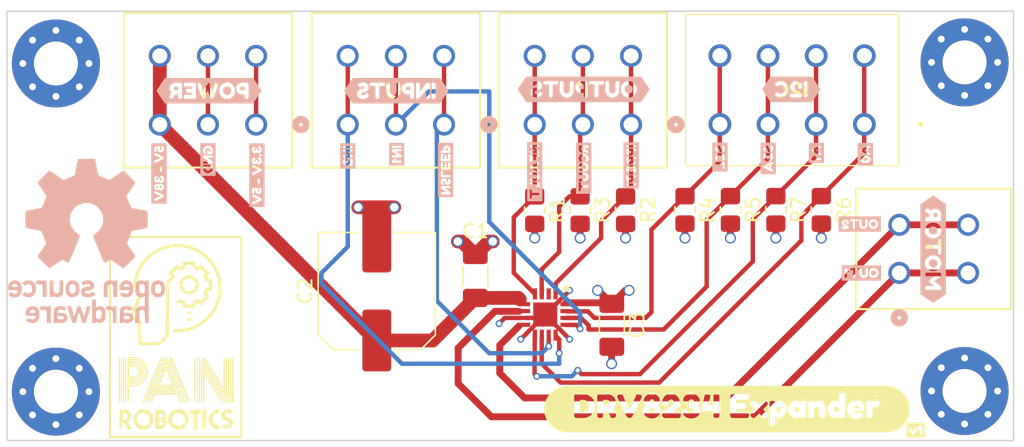
<source format=kicad_pcb>
(kicad_pcb (version 20221018) (generator pcbnew)
  (layers (0 "F.Cu" signal) (1 "In1.Cu" power "GND.Cu") (2 "In2.Cu" power "5V.Cu") (31 "B.Cu" signal) (34 "B.Paste" user) (35 "F.Paste" user) (36 "B.SilkS" user "B.Silkscreen") (37 "F.SilkS" user "F.Silkscreen") (38 "B.Mask" user) (39 "F.Mask" user) (44 "Edge.Cuts" user))
  (net 0 "")
  (net 1 "VCC")
  (net 2 "GND")
  (net 3 "+5V")
  (net 4 "IPROPI")
  (net 6 "RC_OUT")
  (net 7 "NFAULT")
  (net 8 "OUT1")
  (net 9 "OUT2")
  (net 10 "A1")
  (net 11 "A0")
  (net 12 "NSLEEP")
  (net 13 "IN2")
  (net 14 "IN1")
  (net 15 "SDA")
  (net 16 "SCL")
  (footprint "Resistor_SMD:R_0805_2012Metric_Pad1.20x1.40mm_HandSolder" (layer "F.Cu") (at 129.286 90.932 -90)
    (fp_text reference "R1" (at 0 -1.65 -90) (layer "F.SilkS"))
    (fp_text value "10K")
    (pad "1" smd roundrect (at -1 0 270) (size 1.2 1.4) (layers "F.Cu" "F.Paste" "F.Mask") (roundrect_rratio 0.2083333333) (net 7 "NFAULT"))
    (pad "2" smd roundrect (at 1 0 270) (size 1.2 1.4) (layers "F.Cu" "F.Paste" "F.Mask") (roundrect_rratio 0.2083333333) (net 3 "+5V"))
  )
  (footprint "1862055 Footprint:CONN_1862055" (layer "F.Cu") (at 129.286 79.709 180)
    (fp_text reference "J3" (at -3.500001 -2.5 180 unlocked) (layer "F.SilkS"))
    (fp_text value "CNTRL_OUT")
    (pad "1" thru_hole circle (at -7.000001 -5 180) (size 1.6002 1.6002) (drill 1.0922) (layers "*.Cu" "*.Mask") (net 4 "IPROPI"))
    (pad "2" thru_hole circle (at -7.000001 0 180) (size 1.6002 1.6002) (drill 1.0922) (layers "*.Cu" "*.Mask") (net 4 "IPROPI"))
    (pad "3" thru_hole circle (at -3.500001 -5 180) (size 1.6002 1.6002) (drill 1.0922) (layers "*.Cu" "*.Mask") (net 6 "RC_OUT"))
    (pad "4" thru_hole circle (at -3.500001 0 180) (size 1.6002 1.6002) (drill 1.0922) (layers "*.Cu" "*.Mask") (net 6 "RC_OUT"))
    (pad "5" thru_hole circle (at 0 -5 180) (size 1.6002 1.6002) (drill 1.0922) (layers "*.Cu" "*.Mask") (net 7 "NFAULT"))
    (pad "6" thru_hole circle (at 0 0 180) (size 1.6002 1.6002) (drill 1.0922) (layers "*.Cu" "*.Mask") (net 7 "NFAULT"))
  )
  (footprint "1862042 Footprint:CONN_1862042" (layer "F.Cu") (at 160.782 92.003998 90)
    (fp_text reference "J5" (at -1.75 -2.5 90 unlocked) (layer "F.SilkS"))
    (fp_text value "MOTOR")
    (pad "1" thru_hole circle (at -3.500002 -5 90) (size 1.6002 1.6002) (drill 1.0922) (layers "*.Cu" "*.Mask") (net 8 "OUT1"))
    (pad "2" thru_hole circle (at -3.500002 0 90) (size 1.6002 1.6002) (drill 1.0922) (layers "*.Cu" "*.Mask") (net 8 "OUT1"))
    (pad "3" thru_hole circle (at 0.000001 -5 90) (size 1.6002 1.6002) (drill 1.0922) (layers "*.Cu" "*.Mask") (net 9 "OUT2"))
    (pad "4" thru_hole circle (at 0.000001 0 90) (size 1.6002 1.6002) (drill 1.0922) (layers "*.Cu" "*.Mask") (net 9 "OUT2"))
  )
  (footprint "Resistor_SMD:R_0805_2012Metric_Pad1.20x1.40mm_HandSolder" (layer "F.Cu") (at 150.114 90.916 -90)
    (fp_text reference "R6" (at 0 -1.65 90) (layer "F.SilkS"))
    (fp_text value "2.2K")
    (pad "1" smd roundrect (at -1 0 270) (size 1.2 1.4) (layers "F.Cu" "F.Paste" "F.Mask") (roundrect_rratio 0.2083333333) (net 11 "A0"))
    (pad "2" smd roundrect (at 1 0 270) (size 1.2 1.4) (layers "F.Cu" "F.Paste" "F.Mask") (roundrect_rratio 0.2083333333) (net 3 "+5V"))
  )
  (footprint "Capacitor_SMD:C_Elec_8x10.2" (layer "F.Cu") (at 117.8052 96.818 90)
    (fp_text reference "C2" (at 0 -5.2 90) (layer "F.SilkS"))
    (fp_text value "100uF")
    (pad "1" smd roundrect (at -3.6 0 90) (size 4.5 2.1) (layers "F.Cu" "F.Paste" "F.Mask") (roundrect_rratio 0.1190480952) (net 1 "VCC"))
    (pad "2" smd roundrect (at 3.6 0 90) (size 4.5 2.1) (layers "F.Cu" "F.Paste" "F.Mask") (roundrect_rratio 0.1190480952) (net 2 "GND"))
  )
  (footprint "kibuzzard-65A7039D" (layer "F.Cu") (at 156.972 106.934)
    (fp_text reference "kibuzzard-65A7039D" hide)
    (fp_text value "G***" hide)
  )
  (footprint "Resistor_SMD:R_0805_2012Metric_Pad1.20x1.40mm_HandSolder" (layer "F.Cu") (at 135.89 90.932 -90)
    (fp_text reference "R2" (at 0 -1.65 -90) (layer "F.SilkS"))
    (fp_text value "8.45K")
    (pad "1" smd roundrect (at -1 0 270) (size 1.2 1.4) (layers "F.Cu" "F.Paste" "F.Mask") (roundrect_rratio 0.2083333333) (net 4 "IPROPI"))
    (pad "2" smd roundrect (at 1 0 270) (size 1.2 1.4) (layers "F.Cu" "F.Paste" "F.Mask") (roundrect_rratio 0.2083333333) (net 2 "GND"))
  )
  (footprint "1862055 Footprint:CONN_1862055" (layer "F.Cu") (at 115.697 79.709 180)
    (fp_text reference "J2" (at -3.500001 -2.5 180 unlocked) (layer "F.SilkS"))
    (fp_text value "CNTRL_IN")
    (pad "1" thru_hole circle (at -7.000001 -5 180) (size 1.6002 1.6002) (drill 1.0922) (layers "*.Cu" "*.Mask") (net 12 "NSLEEP"))
    (pad "2" thru_hole circle (at -7.000001 0 180) (size 1.6002 1.6002) (drill 1.0922) (layers "*.Cu" "*.Mask") (net 12 "NSLEEP"))
    (pad "3" thru_hole circle (at -3.500001 -5 180) (size 1.6002 1.6002) (drill 1.0922) (layers "*.Cu" "*.Mask") (net 14 "IN1"))
    (pad "4" thru_hole circle (at -3.500001 0 180) (size 1.6002 1.6002) (drill 1.0922) (layers "*.Cu" "*.Mask") (net 14 "IN1"))
    (pad "5" thru_hole circle (at 0 -5 180) (size 1.6002 1.6002) (drill 1.0922) (layers "*.Cu" "*.Mask") (net 13 "IN2"))
    (pad "6" thru_hole circle (at 0 0 180) (size 1.6002 1.6002) (drill 1.0922) (layers "*.Cu" "*.Mask") (net 13 "IN2"))
  )
  (footprint "kibuzzard-65A7036D" (layer "F.Cu") (at 143.256 105.41)
    (fp_text reference "kibuzzard-65A7036D" hide)
    (fp_text value "G***" hide)
  )
  (footprint "1862055 Footprint:CONN_1862055" (layer "F.Cu") (at 102.036999 79.709 180)
    (fp_text reference "J1" (at -3.500001 -2.5 180 unlocked) (layer "F.SilkS"))
    (fp_text value "POWER")
    (pad "1" thru_hole circle (at -7.000001 -5 180) (size 1.6002 1.6002) (drill 1.0922) (layers "*.Cu" "*.Mask") (net 3 "+5V"))
    (pad "2" thru_hole circle (at -7.000001 0 180) (size 1.6002 1.6002) (drill 1.0922) (layers "*.Cu" "*.Mask") (net 3 "+5V"))
    (pad "3" thru_hole circle (at -3.500001 -5 180) (size 1.6002 1.6002) (drill 1.0922) (layers "*.Cu" "*.Mask") (net 2 "GND"))
    (pad "4" thru_hole circle (at -3.500001 0 180) (size 1.6002 1.6002) (drill 1.0922) (layers "*.Cu" "*.Mask") (net 2 "GND"))
    (pad "5" thru_hole circle (at 0 -5 180) (size 1.6002 1.6002) (drill 1.0922) (layers "*.Cu" "*.Mask") (net 1 "VCC"))
    (pad "6" thru_hole circle (at 0 0 180) (size 1.6002 1.6002) (drill 1.0922) (layers "*.Cu" "*.Mask") (net 1 "VCC"))
  )
  (footprint "MountingHole:MountingHole_3.2mm_M3_Pad_Via" (layer "F.Cu") (at 160.528 80.183056)
    (fp_text reference "H2" hide)
    (fp_text value "MountingHole")
    (pad "1" thru_hole circle (at -2.4 0) (size 0.8 0.8) (drill 0.5) (layers "*.Cu" "*.Mask"))
    (pad "1" thru_hole circle (at -1.697056 -1.697056) (size 0.8 0.8) (drill 0.5) (layers "*.Cu" "*.Mask"))
    (pad "1" thru_hole circle (at -1.697056 1.697056) (size 0.8 0.8) (drill 0.5) (layers "*.Cu" "*.Mask"))
    (pad "1" thru_hole circle (at 0 -2.4) (size 0.8 0.8) (drill 0.5) (layers "*.Cu" "*.Mask"))
    (pad "1" thru_hole circle (at 0 0) (size 6.4 6.4) (drill 3.2) (layers "*.Cu" "*.Mask"))
    (pad "1" thru_hole circle (at 0 2.4) (size 0.8 0.8) (drill 0.5) (layers "*.Cu" "*.Mask"))
    (pad "1" thru_hole circle (at 1.697056 -1.697056) (size 0.8 0.8) (drill 0.5) (layers "*.Cu" "*.Mask"))
    (pad "1" thru_hole circle (at 1.697056 1.697056) (size 0.8 0.8) (drill 0.5) (layers "*.Cu" "*.Mask"))
    (pad "1" thru_hole circle (at 2.4 0) (size 0.8 0.8) (drill 0.5) (layers "*.Cu" "*.Mask"))
  )
  (footprint "DRV8234 Footprint:QFN50P300X300X80-17N-D" (layer "F.Cu") (at 130.052 98.528 -90)
    (fp_text reference "IC1" hide)
    (fp_text value "DRV8234RTER" hide)
    (pad "1" smd rect (at -1.5 -0.75) (size 0.3 0.8) (layers "F.Cu" "F.Paste" "F.Mask") (net 4 "IPROPI"))
    (pad "2" smd rect (at -1.5 -0.25) (size 0.3 0.8) (layers "F.Cu" "F.Paste" "F.Mask"))
    (pad "3" smd rect (at -1.5 0.25) (size 0.3 0.8) (layers "F.Cu" "F.Paste" "F.Mask") (net 6 "RC_OUT"))
    (pad "4" smd rect (at -1.5 0.75) (size 0.3 0.8) (layers "F.Cu" "F.Paste" "F.Mask") (net 7 "NFAULT"))
    (pad "5" smd rect (at -0.75 1.5 270) (size 0.3 0.8) (layers "F.Cu" "F.Paste" "F.Mask") (net 1 "VCC"))
    (pad "6" smd rect (at -0.25 1.5 270) (size 0.3 0.8) (layers "F.Cu" "F.Paste" "F.Mask") (net 8 "OUT1"))
    (pad "7" smd rect (at 0.25 1.5 270) (size 0.3 0.8) (layers "F.Cu" "F.Paste" "F.Mask") (net 2 "GND"))
    (pad "8" smd rect (at 0.75 1.5 270) (size 0.3 0.8) (layers "F.Cu" "F.Paste" "F.Mask") (net 9 "OUT2"))
    (pad "9" smd rect (at 1.5 0.75) (size 0.3 0.8) (layers "F.Cu" "F.Paste" "F.Mask") (net 10 "A1"))
    (pad "10" smd rect (at 1.5 0.25) (size 0.3 0.8) (layers "F.Cu" "F.Paste" "F.Mask") (net 11 "A0"))
    (pad "11" smd rect (at 1.5 -0.25) (size 0.3 0.8) (layers "F.Cu" "F.Paste" "F.Mask") (net 12 "NSLEEP"))
    (pad "12" smd rect (at 1.5 -0.75) (size 0.3 0.8) (layers "F.Cu" "F.Paste" "F.Mask") (net 13 "IN2"))
    (pad "13" smd rect (at 0.75 -1.5 270) (size 0.3 0.8) (layers "F.Cu" "F.Paste" "F.Mask") (net 14 "IN1"))
    (pad "14" smd rect (at 0.25 -1.5 270) (size 0.3 0.8) (layers "F.Cu" "F.Paste" "F.Mask") (net 15 "SDA"))
    (pad "15" smd rect (at -0.25 -1.5 270) (size 0.3 0.8) (layers "F.Cu" "F.Paste" "F.Mask") (net 16 "SCL"))
    (pad "16" smd rect (at -0.75 -1.5 270) (size 0.3 0.8) (layers "F.Cu" "F.Paste" "F.Mask") (net 3 "+5V"))
    (pad "17" smd rect (at 0 0 270) (size 1.75 1.75) (layers "F.Cu" "F.Paste" "F.Mask") (net 2 "GND"))
  )
  (footprint "MountingHole:MountingHole_3.2mm_M3_Pad_Via" (layer "F.Cu") (at 94.488 104.14)
    (fp_text reference "H3" hide)
    (fp_text value "MountingHole")
    (pad "1" thru_hole circle (at -2.4 0) (size 0.8 0.8) (drill 0.5) (layers "*.Cu" "*.Mask"))
    (pad "1" thru_hole circle (at -1.697056 -1.697056) (size 0.8 0.8) (drill 0.5) (layers "*.Cu" "*.Mask"))
    (pad "1" thru_hole circle (at -1.697056 1.697056) (size 0.8 0.8) (drill 0.5) (layers "*.Cu" "*.Mask"))
    (pad "1" thru_hole circle (at 0 -2.4) (size 0.8 0.8) (drill 0.5) (layers "*.Cu" "*.Mask"))
    (pad "1" thru_hole circle (at 0 0) (size 6.4 6.4) (drill 3.2) (layers "*.Cu" "*.Mask"))
    (pad "1" thru_hole circle (at 0 2.4) (size 0.8 0.8) (drill 0.5) (layers "*.Cu" "*.Mask"))
    (pad "1" thru_hole circle (at 1.697056 -1.697056) (size 0.8 0.8) (drill 0.5) (layers "*.Cu" "*.Mask"))
    (pad "1" thru_hole circle (at 1.697056 1.697056) (size 0.8 0.8) (drill 0.5) (layers "*.Cu" "*.Mask"))
    (pad "1" thru_hole circle (at 2.4 0) (size 0.8 0.8) (drill 0.5) (layers "*.Cu" "*.Mask"))
  )
  (footprint "Resistor_SMD:R_0805_2012Metric_Pad1.20x1.40mm_HandSolder" (layer "F.Cu") (at 140.208 90.916 -90)
    (fp_text reference "R4" (at 0 -1.65 90) (layer "F.SilkS"))
    (fp_text value "2.2K")
    (pad "1" smd roundrect (at -1 0 270) (size 1.2 1.4) (layers "F.Cu" "F.Paste" "F.Mask") (roundrect_rratio 0.2083333333) (net 16 "SCL"))
    (pad "2" smd roundrect (at 1 0 270) (size 1.2 1.4) (layers "F.Cu" "F.Paste" "F.Mask") (roundrect_rratio 0.2083333333) (net 3 "+5V"))
  )
  (footprint "Resistor_SMD:R_0805_2012Metric_Pad1.20x1.40mm_HandSolder" (layer "F.Cu") (at 143.51 90.916 -90)
    (fp_text reference "R5" (at 0 -1.65 90) (layer "F.SilkS"))
    (fp_text value "2.2K")
    (pad "1" smd roundrect (at -1 0 270) (size 1.2 1.4) (layers "F.Cu" "F.Paste" "F.Mask") (roundrect_rratio 0.2083333333) (net 15 "SDA"))
    (pad "2" smd roundrect (at 1 0 270) (size 1.2 1.4) (layers "F.Cu" "F.Paste" "F.Mask") (roundrect_rratio 0.2083333333) (net 3 "+5V"))
  )
  (footprint "Resistor_SMD:R_0805_2012Metric_Pad1.20x1.40mm_HandSolder" (layer "F.Cu") (at 146.812 90.916 -90)
    (fp_text reference "R7" (at 0 -1.65 90) (layer "F.SilkS"))
    (fp_text value "2.2K")
    (pad "1" smd roundrect (at -1 0 270) (size 1.2 1.4) (layers "F.Cu" "F.Paste" "F.Mask") (roundrect_rratio 0.2083333333) (net 10 "A1"))
    (pad "2" smd roundrect (at 1 0 270) (size 1.2 1.4) (layers "F.Cu" "F.Paste" "F.Mask") (roundrect_rratio 0.2083333333) (net 3 "+5V"))
  )
  (footprint "Logos:Pan-Robotics2-Logo2" (layer "F.Cu") (at 103.1748 100.1776)
    (fp_text reference "G***")
    (fp_text value "LOGO" hide)
  )
  (footprint "Resistor_SMD:R_0805_2012Metric_Pad1.20x1.40mm_HandSolder" (layer "F.Cu") (at 132.588 90.932 -90)
    (fp_text reference "R3" (at 0 -1.65 90) (layer "F.SilkS"))
    (fp_text value "10K")
    (pad "1" smd roundrect (at -1 0 270) (size 1.2 1.4) (layers "F.Cu" "F.Paste" "F.Mask") (roundrect_rratio 0.2083333333) (net 6 "RC_OUT"))
    (pad "2" smd roundrect (at 1 0 270) (size 1.2 1.4) (layers "F.Cu" "F.Paste" "F.Mask") (roundrect_rratio 0.2083333333) (net 3 "+5V"))
  )
  (footprint "Capacitor_SMD:C_1206_3216Metric_Pad1.33x1.80mm_HandSolder" (layer "F.Cu") (at 134.89 99.314 -90)
    (fp_text reference "C3" (at 0 -1.85 90) (layer "F.SilkS"))
    (fp_text value "100nF")
    (pad "1" smd roundrect (at -1.5625 0 270) (size 1.325 1.8) (layers "F.Cu" "F.Paste" "F.Mask") (roundrect_rratio 0.1886792453) (net 3 "+5V"))
    (pad "2" smd roundrect (at 1.5625 0 270) (size 1.325 1.8) (layers "F.Cu" "F.Paste" "F.Mask") (roundrect_rratio 0.1886792453) (net 2 "GND"))
  )
  (footprint "Capacitor_SMD:C_1206_3216Metric_Pad1.33x1.80mm_HandSolder" (layer "F.Cu") (at 124.968 95.758 90)
    (fp_text reference "C1" (at 3.302 0 180) (layer "F.SilkS"))
    (fp_text value "100nF")
    (pad "1" smd roundrect (at -1.5625 0 90) (size 1.325 1.8) (layers "F.Cu" "F.Paste" "F.Mask") (roundrect_rratio 0.1886792453) (net 1 "VCC"))
    (pad "2" smd roundrect (at 1.5625 0 90) (size 1.325 1.8) (layers "F.Cu" "F.Paste" "F.Mask") (roundrect_rratio 0.1886792453) (net 2 "GND"))
  )
  (footprint "1862068 Footprint:1862068" (layer "F.Cu") (at 153.244 84.6944 180)
    (fp_text reference "J4" (at 5.162 2.5) (layer "F.SilkS") (effects (font (size 1.27 1.27) (thickness 0.254))))
    (fp_text value "I2C" hide)
    (pad "1" thru_hole circle (at 0 0 180) (size 1.65 1.65) (drill 1.1) (layers "*.Cu" "*.Mask") (net 11 "A0"))
    (pad "2" thru_hole circle (at 0 5 180) (size 1.65 1.65) (drill 1.1) (layers "*.Cu" "*.Mask") (net 11 "A0"))
    (pad "3" thru_hole circle (at 3.5 0 180) (size 1.65 1.65) (drill 1.1) (layers "*.Cu" "*.Mask") (net 10 "A1"))
    (pad "4" thru_hole circle (at 3.5 5 180) (size 1.65 1.65) (drill 1.1) (layers "*.Cu" "*.Mask") (net 10 "A1"))
    (pad "5" thru_hole circle (at 7 0 180) (size 1.65 1.65) (drill 1.1) (layers "*.Cu" "*.Mask") (net 15 "SDA"))
    (pad "6" thru_hole circle (at 7 5 180) (size 1.65 1.65) (drill 1.1) (layers "*.Cu" "*.Mask") (net 15 "SDA"))
    (pad "7" thru_hole circle (at 10.5 0 180) (size 1.65 1.65) (drill 1.1) (layers "*.Cu" "*.Mask") (net 16 "SCL"))
    (pad "8" thru_hole circle (at 10.5 5 180) (size 1.65 1.65) (drill 1.1) (layers "*.Cu" "*.Mask") (net 16 "SCL"))
  )
  (footprint "MountingHole:MountingHole_3.2mm_M3_Pad_Via" (layer "F.Cu") (at 94.488 80.264)
    (fp_text reference "H1" hide)
    (fp_text value "MountingHole")
    (pad "1" thru_hole circle (at -2.4 0) (size 0.8 0.8) (drill 0.5) (layers "*.Cu" "*.Mask"))
    (pad "1" thru_hole circle (at -1.697056 -1.697056) (size 0.8 0.8) (drill 0.5) (layers "*.Cu" "*.Mask"))
    (pad "1" thru_hole circle (at -1.697056 1.697056) (size 0.8 0.8) (drill 0.5) (layers "*.Cu" "*.Mask"))
    (pad "1" thru_hole circle (at 0 -2.4) (size 0.8 0.8) (drill 0.5) (layers "*.Cu" "*.Mask"))
    (pad "1" thru_hole circle (at 0 0) (size 6.4 6.4) (drill 3.2) (layers "*.Cu" "*.Mask"))
    (pad "1" thru_hole circle (at 0 2.4) (size 0.8 0.8) (drill 0.5) (layers "*.Cu" "*.Mask"))
    (pad "1" thru_hole circle (at 1.697056 -1.697056) (size 0.8 0.8) (drill 0.5) (layers "*.Cu" "*.Mask"))
    (pad "1" thru_hole circle (at 1.697056 1.697056) (size 0.8 0.8) (drill 0.5) (layers "*.Cu" "*.Mask"))
    (pad "1" thru_hole circle (at 2.4 0) (size 0.8 0.8) (drill 0.5) (layers "*.Cu" "*.Mask"))
  )
  (footprint "MountingHole:MountingHole_3.2mm_M3_Pad_Via" (layer "F.Cu") (at 160.528 104.093944)
    (fp_text reference "H4" hide)
    (fp_text value "MountingHole")
    (pad "1" thru_hole circle (at -2.4 0) (size 0.8 0.8) (drill 0.5) (layers "*.Cu" "*.Mask"))
    (pad "1" thru_hole circle (at -1.697056 -1.697056) (size 0.8 0.8) (drill 0.5) (layers "*.Cu" "*.Mask"))
    (pad "1" thru_hole circle (at -1.697056 1.697056) (size 0.8 0.8) (drill 0.5) (layers "*.Cu" "*.Mask"))
    (pad "1" thru_hole circle (at 0 -2.4) (size 0.8 0.8) (drill 0.5) (layers "*.Cu" "*.Mask"))
    (pad "1" thru_hole circle (at 0 0) (size 6.4 6.4) (drill 3.2) (layers "*.Cu" "*.Mask"))
    (pad "1" thru_hole circle (at 0 2.4) (size 0.8 0.8) (drill 0.5) (layers "*.Cu" "*.Mask"))
    (pad "1" thru_hole circle (at 1.697056 -1.697056) (size 0.8 0.8) (drill 0.5) (layers "*.Cu" "*.Mask"))
    (pad "1" thru_hole circle (at 1.697056 1.697056) (size 0.8 0.8) (drill 0.5) (layers "*.Cu" "*.Mask"))
    (pad "1" thru_hole circle (at 2.4 0) (size 0.8 0.8) (drill 0.5) (layers "*.Cu" "*.Mask"))
  )
  (footprint "kibuzzard-65A6FFBA" (layer "B.Cu") (at 147.9296 82.1436 180)
    (fp_text reference "kibuzzard-65A6FFBA" hide)
    (fp_text value "G***" hide)
  )
  (footprint "kibuzzard-65A6FD21" (layer "B.Cu") (at 149.7584 86.7664 -90)
    (fp_text reference "kibuzzard-65A6FD21" hide)
    (fp_text value "G***" hide)
  )
  (footprint "kibuzzard-65A6FFF9" (layer "B.Cu") (at 119.2276 82.2452 180)
    (fp_text reference "kibuzzard-65A6FFF9" hide)
    (fp_text value "G***" hide)
  )
  (footprint "kibuzzard-65A70003" (layer "B.Cu") (at 132.842 82.1436 180)
    (fp_text reference "kibuzzard-65A70003" hide)
    (fp_text value "G***" hide)
  )
  (footprint "kibuzzard-65A6FCD9" (layer "B.Cu") (at 115.697 86.995 -90)
    (fp_text reference "kibuzzard-65A6FCD9" hide)
    (fp_text value "G***" hide)
  )
  (footprint "kibuzzard-65A6FD36" (layer "B.Cu") (at 153.035 95.504 180)
    (fp_text reference "kibuzzard-65A6FD36" hide)
    (fp_text value "G***" hide)
  )
  (footprint "kibuzzard-65A6FCCE" (layer "B.Cu") (at 122.809 88.011 90)
    (fp_text reference "kibuzzard-65A6FCCE" hide)
    (fp_text value "G***" hide)
  )
  (footprint "kibuzzard-65A6FCF1" (layer "B.Cu") (at 132.842 87.884 -90)
    (fp_text reference "kibuzzard-65A6FCF1" hide)
    (fp_text value "G***" hide)
  )
  (footprint "kibuzzard-65A6FC0C" (layer "B.Cu") (at 105.537 87.249 -90)
    (fp_text reference "kibuzzard-65A6FC0C" hide)
    (fp_text value "G***" hide)
  )
  (footprint "kibuzzard-65A7001B" (layer "B.Cu") (at 158.242 93.7768 90)
    (fp_text reference "kibuzzard-65A7001B" hide)
    (fp_text value "G***" hide)
  )
  (footprint "kibuzzard-65A6FD28" (layer "B.Cu") (at 153.3144 86.868 -90)
    (fp_text reference "kibuzzard-65A6FD28" hide)
    (fp_text value "G***" hide)
  )
  (footprint "kibuzzard-65A7000E" (layer "B.Cu") (at 105.6132 82.2452 180)
    (fp_text reference "kibuzzard-65A7000E" hide)
    (fp_text value "G***" hide)
  )
  (footprint "kibuzzard-65A6FC26" (layer "B.Cu") (at 101.981 88.265 -90)
    (fp_text reference "kibuzzard-65A6FC26" hide)
    (fp_text value "G***" hide)
  )
  (footprint "kibuzzard-65A6FCAC" (layer "B.Cu") (at 119.253 86.868 -90)
    (fp_text reference "kibuzzard-65A6FCAC" hide)
    (fp_text value "G***" hide)
  )
  (footprint "kibuzzard-65A6FC4F" (layer "B.Cu") (at 109.093 88.392 -90)
    (fp_text reference "kibuzzard-65A6FC4F" hide)
    (fp_text value "G***" hide)
  )
  (footprint "kibuzzard-65A6FD3E" (layer "B.Cu") (at 152.908 91.948 180)
    (fp_text reference "kibuzzard-65A6FD3E" hide)
    (fp_text value "G***" hide)
  )
  (footprint "kibuzzard-65A6FCE2" (layer "B.Cu") (at 129.286 88.138 -90)
    (fp_text reference "kibuzzard-65A6FCE2" hide)
    (fp_text value "G***" hide)
  )
  (footprint "Symbol:OSHW-Logo_11.4x12mm_SilkScreen" (layer "B.Cu") (at 96.7232 93.1672 180)
    (fp_text reference "REF**" hide)
    (fp_text value "OSHW-Logo_11.4x12mm_SilkScreen" hide)
  )
  (footprint "kibuzzard-65A6FD04" (layer "B.Cu") (at 136.2964 87.6808 -90)
    (fp_text reference "kibuzzard-65A6FD04" hide)
    (fp_text value "G***" hide)
  )
  (footprint "kibuzzard-65A6FD0F" (layer "B.Cu") (at 142.748 87.0712 -90)
    (fp_text reference "kibuzzard-65A6FD0F" hide)
    (fp_text value "G***" hide)
  )
  (footprint "kibuzzard-65A6FD18" (layer "B.Cu") (at 146.2532 87.1728 -90)
    (fp_text reference "kibuzzard-65A6FD18" hide)
    (fp_text value "G***" hide)
  )
  (gr_rect (start 90.932 76.454) (end 164.084 107.696) (stroke (width 0.1)) (fill none) (layer "Edge.Cuts"))
  (segment (start 131.191 97.409) (end 130.937 97.663) (width 0.32) (layer "F.Cu") (net 0))
  (segment (start 131.064 100.33) (end 130.81 100.076) (width 0.32) (layer "F.Cu") (net 0))
  (segment (start 131.826 100.33) (end 131.572 100.076) (width 0.32) (layer "F.Cu") (net 0))
  (segment (start 128.905 99.695) (end 128.651 99.949) (width 0.32) (layer "F.Cu") (net 0))
  (segment (start 131.699 96.901) (end 131.445 97.155) (width 0.32) (layer "F.Cu") (net 0))
  (segment (start 128.651 99.949) (end 128.397 100.203) (width 0.32) (layer "F.Cu") (net 0))
  (segment (start 131.445 97.155) (end 131.191 97.409) (width 0.32) (layer "F.Cu") (net 0))
  (segment (start 131.318 99.822) (end 131.064 99.568) (width 0.32) (layer "F.Cu") (net 0))
  (segment (start 131.064 99.568) (end 130.81 99.314) (width 0.32) (layer "F.Cu") (net 0))
  (segment (start 130.937 97.663) (end 130.683 97.917) (width 0.32) (layer "F.Cu") (net 0))
  (segment (start 131.572 100.076) (end 131.318 99.822) (width 0.32) (layer "F.Cu") (net 0))
  (segment (start 129.413 99.187) (end 129.159 99.441) (width 0.32) (layer "F.Cu") (net 0))
  (segment (start 129.159 99.441) (end 128.905 99.695) (width 0.32) (layer "F.Cu") (net 0))
  (segment (start 124.968 97.3205) (end 128.0945 97.3205) (width 1) (layer "F.Cu") (net 1))
  (segment (start 121.8705 100.418) (end 124.968 97.3205) (width 1) (layer "F.Cu") (net 1))
  (segment (start 128.0945 97.3205) (end 128.202 97.428) (width 1) (layer "F.Cu") (net 1))
  (segment (start 102.036999 79.709) (end 102.036999 84.709) (width 1) (layer "F.Cu") (net 1))
  (segment (start 117.745999 100.418) (end 121.8705 100.418) (width 1) (layer "F.Cu") (net 1))
  (segment (start 102.036999 84.709) (end 117.745999 100.418) (width 1) (layer "F.Cu") (net 1))
  (segment (start 135.89 92.964) (end 135.89 91.932) (width 0.5) (layer "F.Cu") (net 2))
  (segment (start 134.874 100.8925) (end 134.89 100.8765) (width 0.5) (layer "F.Cu") (net 2))
  (segment (start 123.9905 93.218) (end 124.968 94.1955) (width 1) (layer "F.Cu") (net 2))
  (segment (start 125.9455 93.218) (end 124.968 94.1955) (width 1) (layer "F.Cu") (net 2))
  (segment (start 126.6952 99.1866) (end 127.1012 98.7806) (width 0.32) (layer "F.Cu") (net 2))
  (segment (start 123.698 93.218) (end 123.9905 93.218) (width 1) (layer "F.Cu") (net 2))
  (segment (start 105.537 79.709) (end 105.537 84.709) (width 0.32) (layer "F.Cu") (net 2))
  (segment (start 127.2286 98.7806) (end 128.2446 98.7806) (width 0.32) (layer "F.Cu") (net 2))
  (segment (start 128.651 98.7806) (end 129.413 98.7806) (width 0.32) (layer "F.Cu") (net 2))
  (segment (start 127.1012 98.7806) (end 127.2286 98.7806) (width 0.32) (layer "F.Cu") (net 2))
  (segment (start 116.4565 90.7288) (end 119.0752 90.7288) (width 1) (layer "F.Cu") (net 2))
  (segment (start 126.238 93.218) (end 125.9455 93.218) (width 1) (layer "F.Cu") (net 2))
  (segment (start 134.874 102.108) (end 134.874 100.8925) (width 0.5) (layer "F.Cu") (net 2))
  (via (at 131.826 100.33) (size 0.5) (drill 0.3) (layers "F.Cu" "B.Cu") (net 2))
  (via (at 123.698 93.218) (size 0.8) (drill 0.6) (layers "F.Cu" "B.Cu") (net 2))
  (via (at 135.89 92.964) (size 0.8) (drill 0.6) (layers "F.Cu" "B.Cu") (net 2))
  (via (at 128.27 100.33) (size 0.5) (drill 0.3) (layers "F.Cu" "B.Cu") (net 2))
  (via (at 126.238 93.218) (size 0.8) (drill 0.6) (layers "F.Cu" "B.Cu") (net 2))
  (via (at 134.874 102.108) (size 0.8) (drill 0.6) (layers "F.Cu" "B.Cu") (net 2))
  (via (at 119.0752 90.7288) (size 0.8) (drill 0.6) (layers "F.Cu" "B.Cu") (net 2))
  (via (at 126.6952 99.1866) (size 0.5) (drill 0.3) (layers "F.Cu" "B.Cu") (net 2))
  (via (at 116.4565 90.7288) (size 0.8) (drill 0.6) (layers "F.Cu" "B.Cu") (net 2))
  (via (at 131.826 96.774) (size 0.5) (drill 0.3) (layers "F.Cu" "B.Cu") (net 2))
  (segment (start 129.286 92.964) (end 129.286 91.932) (width 0.5) (layer "F.Cu") (net 3))
  (segment (start 136.144 96.774) (end 135.8675 96.774) (width 0.5) (layer "F.Cu") (net 3))
  (segment (start 135.8675 96.774) (end 134.89 97.7515) (width 0.5) (layer "F.Cu") (net 3))
  (segment (start 140.208 92.964) (end 140.208 91.916) (width 0.5) (layer "F.Cu") (net 3))
  (segment (start 143.51 92.964) (end 143.51 91.916) (width 0.5) (layer "F.Cu") (net 3))
  (segment (start 134.8165 97.678) (end 131.552 97.678) (width 0.5) (layer "F.Cu") (net 3))
  (segment (start 133.858 96.774) (end 133.9125 96.774) (width 0.5) (layer "F.Cu") (net 3))
  (segment (start 109.037 79.709) (end 109.037 84.709) (width 0.32) (layer "F.Cu") (net 3))
  (segment (start 134.89 97.7515) (end 134.8165 97.678) (width 0.5) (layer "F.Cu") (net 3))
  (segment (start 150.114 92.964) (end 150.114 91.916) (width 0.5) (layer "F.Cu") (net 3))
  (segment (start 146.812 92.964) (end 146.812 91.916) (width 0.5) (layer "F.Cu") (net 3))
  (segment (start 132.588 92.964) (end 132.588 91.932) (width 0.5) (layer "F.Cu") (net 3))
  (segment (start 133.9125 96.774) (end 134.89 97.7515) (width 0.5) (layer "F.Cu") (net 3))
  (via (at 129.286 92.964) (size 0.8) (drill 0.6) (layers "F.Cu" "B.Cu") (net 3))
  (via (at 136.144 96.774) (size 0.8) (drill 0.6) (layers "F.Cu" "B.Cu") (net 3))
  (via (at 133.858 96.774) (size 0.8) (drill 0.6) (layers "F.Cu" "B.Cu") (net 3))
  (via (at 132.588 92.964) (size 0.8) (drill 0.6) (layers "F.Cu" "B.Cu") (net 3))
  (via (at 150.114 92.964) (size 0.8) (drill 0.6) (layers "F.Cu" "B.Cu") (net 3))
  (via (at 143.51 92.964) (size 0.8) (drill 0.6) (layers "F.Cu" "B.Cu") (net 3))
  (via (at 146.812 92.964) (size 0.8) (drill 0.6) (layers "F.Cu" "B.Cu") (net 3))
  (via (at 140.208 92.964) (size 0.8) (drill 0.6) (layers "F.Cu" "B.Cu") (net 3))
  (segment (start 130.812 96.264) (end 130.812 97.028) (width 0.32) (layer "F.Cu") (net 4))
  (segment (start 136.286001 84.709) (end 136.286001 79.709) (width 0.32) (layer "F.Cu") (net 4))
  (segment (start 136.286001 89.535999) (end 135.89 89.932) (width 0.32) (layer "F.Cu") (net 4))
  (segment (start 136.286001 84.709) (end 136.286001 89.535999) (width 0.32) (layer "F.Cu") (net 4))
  (segment (start 134.112 92.964) (end 130.812 96.264) (width 0.32) (layer "F.Cu") (net 4))
  (segment (start 135.89 89.932) (end 134.112 91.71) (width 0.32) (layer "F.Cu") (net 4))
  (segment (start 134.112 91.71) (end 134.112 92.964) (width 0.32) (layer "F.Cu") (net 4))
  (segment (start 132.588 89.932) (end 132.588 84.907001) (width 0.32) (layer "F.Cu") (net 6))
  (segment (start 129.794 95.25) (end 131.064 93.98) (width 0.32) (layer "F.Cu") (net 6))
  (segment (start 131.064 90.678) (end 131.81 89.932) (width 0.32) (layer "F.Cu") (net 6))
  (segment (start 131.81 89.932) (end 132.588 89.932) (width 0.32) (layer "F.Cu") (net 6))
  (segment (start 129.794 97.155) (end 129.794 95.25) (width 0.32) (layer "F.Cu") (net 6))
  (segment (start 131.064 93.98) (end 131.064 90.678) (width 0.32) (layer "F.Cu") (net 6))
  (segment (start 132.786001 84.709) (end 132.786001 79.709) (width 0.32) (layer "F.Cu") (net 6))
  (segment (start 132.588 84.907001) (end 132.786001 84.709) (width 0.32) (layer "F.Cu") (net 6))
  (segment (start 127.762 91.456) (end 127.762 95.498) (width 0.32) (layer "F.Cu") (net 7))
  (segment (start 129.286 89.932) (end 127.762 91.456) (width 0.32) (layer "F.Cu") (net 7))
  (segment (start 129.286 89.932) (end 129.286 79.709) (width 0.32) (layer "F.Cu") (net 7))
  (segment (start 127.762 95.498) (end 129.292 97.028) (width 0.32) (layer "F.Cu") (net 7))
  (segment (start 126.3904 98.298) (end 126.538024 98.298) (width 0.5) (layer "F.Cu") (net 8))
  (segment (start 127.381 98.298) (end 128.143 98.298) (width 0.5) (layer "F.Cu") (net 8))
  (segment (start 155.782 95.504) (end 145.3172 105.9688) (width 0.5) (layer "F.Cu") (net 8))
  (segment (start 126.1364 105.9688) (end 123.7234 103.5558) (width 0.5) (layer "F.Cu") (net 8))
  (segment (start 123.7234 100.965) (end 126.3904 98.298) (width 0.5) (layer "F.Cu") (net 8))
  (segment (start 123.7234 103.5558) (end 123.7234 100.965) (width 0.5) (layer "F.Cu") (net 8))
  (segment (start 126.5936 98.298) (end 127.3556 98.298) (width 0.5) (layer "F.Cu") (net 8))
  (segment (start 145.3172 105.9688) (end 126.1364 105.9688) (width 0.5) (layer "F.Cu") (net 8))
  (segment (start 160.782 95.504) (end 155.782 95.504) (width 0.5) (layer "F.Cu") (net 8))
  (segment (start 155.782 92.003997) (end 160.782 92.003997) (width 0.5) (layer "F.Cu") (net 9))
  (segment (start 128.5494 104.5972) (end 143.188797 104.5972) (width 0.5) (layer "F.Cu") (net 9))
  (segment (start 126.746 102.7938) (end 128.5494 104.5972) (width 0.5) (layer "F.Cu") (net 9))
  (segment (start 143.188797 104.5972) (end 155.782 92.003997) (width 0.5) (layer "F.Cu") (net 9))
  (segment (start 128.1483 99.3595) (end 126.746 100.7618) (width 0.5) (layer "F.Cu") (net 9))
  (segment (start 126.746 100.7618) (end 126.746 102.7938) (width 0.5) (layer "F.Cu") (net 9))
  (segment (start 129.274 102.858) (end 129.274 101.892608) (width 0.32) (layer "F.Cu") (net 10))
  (segment (start 132.6876 102.868) (end 132.461 102.6414) (width 0.32) (layer "F.Cu") (net 10))
  (segment (start 136.9334 102.868) (end 132.6876 102.868) (width 0.32) (layer "F.Cu") (net 10))
  (segment (start 149.733 84.535) (end 149.733 79.535) (width 0.32) (layer "F.Cu") (net 10))
  (segment (start 132.4102 102.5906) (end 132.461 102.6414) (width 0.32) (layer "F.Cu") (net 10))
  (segment (start 129.4384 103.0224) (end 129.274 102.858) (width 0.32) (layer "F.Cu") (net 10))
  (segment (start 129.286 101.8159) (end 129.286 100.0125) (width 0.32) (layer "F.Cu") (net 10))
  (segment (start 145.1356 94.6658) (end 136.9334 102.868) (width 0.32) (layer "F.Cu") (net 10))
  (segment (start 146.812 89.916) (end 145.1356 91.5924) (width 0.32) (layer "F.Cu") (net 10))
  (segment (start 149.733 86.995) (end 146.812 89.916) (width 0.32) (layer "F.Cu") (net 10))
  (segment (start 145.1356 91.5924) (end 145.1356 94.6658) (width 0.32) (layer "F.Cu") (net 10))
  (segment (start 149.733 84.535) (end 149.733 86.995) (width 0.32) (layer "F.Cu") (net 10))
  (via (at 129.4384 103.0224) (size 0.5) (drill 0.3) (layers "F.Cu" "B.Cu") (net 10))
  (via (at 132.4102 102.5906) (size 0.5) (drill 0.3) (layers "F.Cu" "B.Cu") (net 10))
  (segment (start 129.4384 103.0224) (end 129.4384 102.9716) (width 0.32) (layer "B.Cu") (net 10))
  (segment (start 131.9784 103.0224) (end 129.4384 103.0224) (width 0.32) (layer "B.Cu") (net 10))
  (segment (start 132.4102 102.5906) (end 131.9784 103.0224) (width 0.32) (layer "B.Cu") (net 10))
  (segment (start 150.114 89.916) (end 149.054 90.976) (width 0.32) (layer "F.Cu") (net 11))
  (segment (start 149.054 90.976) (end 149.054 91.0014) (width 0.32) (layer "F.Cu") (net 11))
  (segment (start 131.1656 103.4796) (end 129.794 102.108) (width 0.32) (layer "F.Cu") (net 11))
  (segment (start 149.054 91.0014) (end 148.6662 91.3892) (width 0.32) (layer "F.Cu") (net 11))
  (segment (start 153.233 84.535) (end 153.233 86.797) (width 0.32) (layer "F.Cu") (net 11))
  (segment (start 129.794 101.2825) (end 129.794 100.7491) (width 0.32) (layer "F.Cu") (net 11))
  (segment (start 129.794 102.108) (end 129.794 101.2825) (width 0.32) (layer "F.Cu") (net 11))
  (segment (start 153.233 86.797) (end 150.114 89.916) (width 0.32) (layer "F.Cu") (net 11))
  (segment (start 153.233 84.535) (end 153.233 79.535) (width 0.32) (layer "F.Cu") (net 11))
  (segment (start 129.794 100.7491) (end 129.794 100.2157) (width 0.32) (layer "F.Cu") (net 11))
  (segment (start 148.6662 91.3892) (end 148.6662 93.1418) (width 0.32) (layer "F.Cu") (net 11))
  (segment (start 148.6662 93.1418) (end 138.3284 103.4796) (width 0.32) (layer "F.Cu") (net 11))
  (segment (start 138.3284 103.4796) (end 131.1656 103.4796) (width 0.32) (layer "F.Cu") (net 11))
  (segment (start 130.302 100.33) (end 130.302 100.838) (width 0.32) (layer "F.Cu") (net 12))
  (segment (start 122.697001 79.709) (end 122.697001 84.709) (width 0.32) (layer "F.Cu") (net 12))
  (via (at 130.302 100.838) (size 0.5) (drill 0.3) (layers "F.Cu" "B.Cu") (net 12))
  (segment (start 125.984 101.346) (end 129.794 101.346) (width 0.32) (layer "B.Cu") (net 12))
  (segment (start 122.174 85.232001) (end 122.174 97.536) (width 0.32) (layer "B.Cu") (net 12))
  (segment (start 122.174 97.536) (end 125.984 101.346) (width 0.32) (layer "B.Cu") (net 12))
  (segment (start 129.794 101.346) (end 130.302 100.838) (width 0.32) (layer "B.Cu") (net 12))
  (segment (start 122.697001 84.709) (end 122.174 85.232001) (width 0.32) (layer "B.Cu") (net 12))
  (segment (start 131.064 100.838) (end 131.064 100.33) (width 0.32) (layer "F.Cu") (net 13))
  (segment (start 115.697 79.709) (end 115.697 84.709) (width 0.32) (layer "F.Cu") (net 13))
  (segment (start 131.064 101.346) (end 131.064 100.838) (width 0.32) (layer "F.Cu") (net 13))
  (via (at 131.064 101.346) (size 0.5) (drill 0.3) (layers "F.Cu" "B.Cu") (net 13))
  (segment (start 113.792 95.504) (end 113.792 96.266) (width 0.32) (layer "B.Cu") (net 13))
  (segment (start 115.697 84.709) (end 115.697 93.599) (width 0.32) (layer "B.Cu") (net 13))
  (segment (start 113.792 96.266) (end 119.634 102.108) (width 0.32) (layer "B.Cu") (net 13))
  (segment (start 119.634 102.108) (end 131.064 102.108) (width 0.32) (layer "B.Cu") (net 13))
  (segment (start 115.697 93.599) (end 113.792 95.504) (width 0.32) (layer "B.Cu") (net 13))
  (segment (start 131.064 102.108) (end 131.064 101.346) (width 0.32) (layer "B.Cu") (net 13))
  (segment (start 119.197001 79.709) (end 119.197001 84.709) (width 0.32) (layer "F.Cu") (net 14))
  (segment (start 132.308 99.288) (end 131.552 99.288) (width 0.32) (layer "F.Cu") (net 14))
  (segment (start 132.588 99.568) (end 132.308 99.288) (width 0.32) (layer "F.Cu") (net 14))
  (via (at 132.588 99.568) (size 0.5) (drill 0.3) (layers "F.Cu" "B.Cu") (net 14))
  (segment (start 121.610001 82.296) (end 119.197001 84.709) (width 0.32) (layer "B.Cu") (net 14))
  (segment (start 132.588 99.568) (end 132.588 98.398671) (width 0.32) (layer "B.Cu") (net 14))
  (segment (start 132.588 98.398671) (end 125.984 91.794671) (width 0.32) (layer "B.Cu") (net 14))
  (segment (start 125.984 91.794671) (end 125.984 82.296) (width 0.32) (layer "B.Cu") (net 14))
  (segment (start 125.984 82.296) (end 121.610001 82.296) (width 0.32) (layer "B.Cu") (net 14))
  (segment (start 146.233 87.193) (end 143.51 89.916) (width 0.32) (layer "F.Cu") (net 15))
  (segment (start 138.6586 99.6188) (end 133.198 99.6188) (width 0.32) (layer "F.Cu") (net 15))
  (segment (start 146.233 84.535) (end 146.233 87.193) (width 0.32) (layer "F.Cu") (net 15))
  (segment (start 133.198 99.6188) (end 133.198 99.315329) (width 0.32) (layer "F.Cu") (net 15))
  (segment (start 132.295996 98.7806) (end 131.508404 98.7806) (width 0.32) (layer "F.Cu") (net 15))
  (segment (start 132.650671 98.768) (end 132.092608 98.768) (width 0.32) (layer "F.Cu") (net 15))
  (segment (start 141.7828 96.4946) (end 138.6586 99.6188) (width 0.32) (layer "F.Cu") (net 15))
  (segment (start 133.198 99.315329) (end 132.650671 98.768) (width 0.32) (layer "F.Cu") (net 15))
  (segment (start 146.233 84.535) (end 146.233 79.535) (width 0.32) (layer "F.Cu") (net 15))
  (segment (start 143.51 89.916) (end 141.7828 91.6432) (width 0.32) (layer "F.Cu") (net 15))
  (segment (start 141.7828 91.6432) (end 141.7828 96.4946) (width 0.32) (layer "F.Cu") (net 15))
  (segment (start 132.397596 98.298) (end 131.610004 98.298) (width 0.32) (layer "F.Cu") (net 16))
  (segment (start 137.7696 92.3544) (end 137.7696 98.3488) (width 0.32) (layer "F.Cu") (net 16))
  (segment (start 133.6228 98.774) (end 133.1468 98.298) (width 0.32) (layer "F.Cu") (net 16))
  (segment (start 133.159596 98.298) (end 132.372004 98.298) (width 0.32) (layer "F.Cu") (net 16))
  (segment (start 142.733 84.535) (end 142.733 79.535) (width 0.32) (layer "F.Cu") (net 16))
  (segment (start 140.208 89.916) (end 137.7696 92.3544) (width 0.32) (layer "F.Cu") (net 16))
  (segment (start 142.733 87.391) (end 140.208 89.916) (width 0.32) (layer "F.Cu") (net 16))
  (segment (start 142.733 84.535) (end 142.733 87.391) (width 0.32) (layer "F.Cu") (net 16))
  (segment (start 137.7696 98.3488) (end 137.3444 98.774) (width 0.32) (layer "F.Cu") (net 16))
  (segment (start 137.3444 98.774) (end 133.6228 98.774) (width 0.32) (layer "F.Cu") (net 16))
)
</source>
